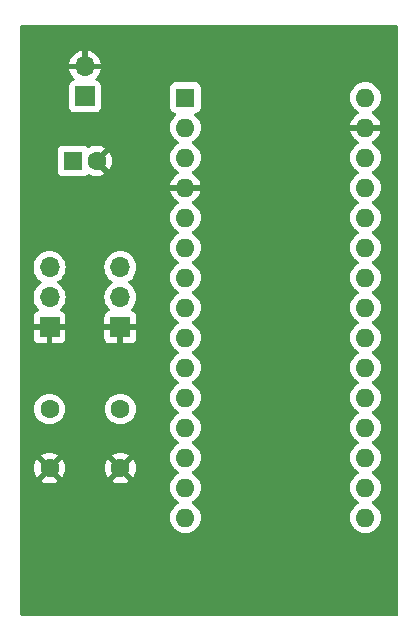
<source format=gbl>
G04 #@! TF.GenerationSoftware,KiCad,Pcbnew,8.0.4*
G04 #@! TF.CreationDate,2024-10-30T20:05:23-07:00*
G04 #@! TF.ProjectId,Valve,56616c76-652e-46b6-9963-61645f706362,rev?*
G04 #@! TF.SameCoordinates,Original*
G04 #@! TF.FileFunction,Copper,L4,Bot*
G04 #@! TF.FilePolarity,Positive*
%FSLAX46Y46*%
G04 Gerber Fmt 4.6, Leading zero omitted, Abs format (unit mm)*
G04 Created by KiCad (PCBNEW 8.0.4) date 2024-10-30 20:05:23*
%MOMM*%
%LPD*%
G01*
G04 APERTURE LIST*
G04 #@! TA.AperFunction,ComponentPad*
%ADD10R,1.700000X1.700000*%
G04 #@! TD*
G04 #@! TA.AperFunction,ComponentPad*
%ADD11O,1.700000X1.700000*%
G04 #@! TD*
G04 #@! TA.AperFunction,ComponentPad*
%ADD12C,1.600000*%
G04 #@! TD*
G04 #@! TA.AperFunction,ComponentPad*
%ADD13R,1.600000X1.600000*%
G04 #@! TD*
G04 #@! TA.AperFunction,ComponentPad*
%ADD14O,1.600000X1.600000*%
G04 #@! TD*
G04 APERTURE END LIST*
D10*
X129000000Y-101080000D03*
D11*
X129000000Y-98540000D03*
X129000000Y-96000000D03*
D12*
X135000000Y-113000000D03*
X135000000Y-108000000D03*
D13*
X131000000Y-87000000D03*
D12*
X133000000Y-87000000D03*
X129000000Y-113000000D03*
X129000000Y-108000000D03*
D10*
X135000000Y-101080000D03*
D11*
X135000000Y-98540000D03*
X135000000Y-96000000D03*
D13*
X140500000Y-81640000D03*
D14*
X140500000Y-84180000D03*
X140500000Y-86720000D03*
X140500000Y-89260000D03*
X140500000Y-91800000D03*
X140500000Y-94340000D03*
X140500000Y-96880000D03*
X140500000Y-99420000D03*
X140500000Y-101960000D03*
X140500000Y-104500000D03*
X140500000Y-107040000D03*
X140500000Y-109580000D03*
X140500000Y-112120000D03*
X140500000Y-114660000D03*
X140500000Y-117200000D03*
X155740000Y-117200000D03*
X155740000Y-114660000D03*
X155740000Y-112120000D03*
X155740000Y-109580000D03*
X155740000Y-107040000D03*
X155740000Y-104500000D03*
X155740000Y-101960000D03*
X155740000Y-99420000D03*
X155740000Y-96880000D03*
X155740000Y-94340000D03*
X155740000Y-91800000D03*
X155740000Y-89260000D03*
X155740000Y-86720000D03*
X155740000Y-84180000D03*
X155740000Y-81640000D03*
D10*
X132000000Y-81540000D03*
D11*
X132000000Y-79000000D03*
G04 #@! TA.AperFunction,Conductor*
G36*
X158442539Y-75520185D02*
G01*
X158488294Y-75572989D01*
X158499500Y-75624500D01*
X158499500Y-125375500D01*
X158479815Y-125442539D01*
X158427011Y-125488294D01*
X158375500Y-125499500D01*
X126624500Y-125499500D01*
X126557461Y-125479815D01*
X126511706Y-125427011D01*
X126500500Y-125375500D01*
X126500500Y-112999997D01*
X127695034Y-112999997D01*
X127695034Y-113000002D01*
X127714858Y-113226599D01*
X127714860Y-113226610D01*
X127773730Y-113446317D01*
X127773735Y-113446331D01*
X127869863Y-113652478D01*
X127920974Y-113725472D01*
X128600000Y-113046446D01*
X128600000Y-113052661D01*
X128627259Y-113154394D01*
X128679920Y-113245606D01*
X128754394Y-113320080D01*
X128845606Y-113372741D01*
X128947339Y-113400000D01*
X128953553Y-113400000D01*
X128274526Y-114079025D01*
X128347513Y-114130132D01*
X128347521Y-114130136D01*
X128553668Y-114226264D01*
X128553682Y-114226269D01*
X128773389Y-114285139D01*
X128773400Y-114285141D01*
X128999998Y-114304966D01*
X129000002Y-114304966D01*
X129226599Y-114285141D01*
X129226610Y-114285139D01*
X129446317Y-114226269D01*
X129446331Y-114226264D01*
X129652478Y-114130136D01*
X129725471Y-114079024D01*
X129046447Y-113400000D01*
X129052661Y-113400000D01*
X129154394Y-113372741D01*
X129245606Y-113320080D01*
X129320080Y-113245606D01*
X129372741Y-113154394D01*
X129400000Y-113052661D01*
X129400000Y-113046447D01*
X130079024Y-113725471D01*
X130130136Y-113652478D01*
X130226264Y-113446331D01*
X130226269Y-113446317D01*
X130285139Y-113226610D01*
X130285141Y-113226599D01*
X130304966Y-113000002D01*
X130304966Y-112999997D01*
X133695034Y-112999997D01*
X133695034Y-113000002D01*
X133714858Y-113226599D01*
X133714860Y-113226610D01*
X133773730Y-113446317D01*
X133773735Y-113446331D01*
X133869863Y-113652478D01*
X133920974Y-113725472D01*
X134600000Y-113046446D01*
X134600000Y-113052661D01*
X134627259Y-113154394D01*
X134679920Y-113245606D01*
X134754394Y-113320080D01*
X134845606Y-113372741D01*
X134947339Y-113400000D01*
X134953553Y-113400000D01*
X134274526Y-114079025D01*
X134347513Y-114130132D01*
X134347521Y-114130136D01*
X134553668Y-114226264D01*
X134553682Y-114226269D01*
X134773389Y-114285139D01*
X134773400Y-114285141D01*
X134999998Y-114304966D01*
X135000002Y-114304966D01*
X135226599Y-114285141D01*
X135226610Y-114285139D01*
X135446317Y-114226269D01*
X135446331Y-114226264D01*
X135652478Y-114130136D01*
X135725471Y-114079024D01*
X135046447Y-113400000D01*
X135052661Y-113400000D01*
X135154394Y-113372741D01*
X135245606Y-113320080D01*
X135320080Y-113245606D01*
X135372741Y-113154394D01*
X135400000Y-113052661D01*
X135400000Y-113046447D01*
X136079024Y-113725471D01*
X136130136Y-113652478D01*
X136226264Y-113446331D01*
X136226269Y-113446317D01*
X136285139Y-113226610D01*
X136285141Y-113226599D01*
X136304966Y-113000002D01*
X136304966Y-112999997D01*
X136285141Y-112773400D01*
X136285139Y-112773389D01*
X136226269Y-112553682D01*
X136226264Y-112553668D01*
X136130136Y-112347521D01*
X136130132Y-112347513D01*
X136079025Y-112274526D01*
X135400000Y-112953551D01*
X135400000Y-112947339D01*
X135372741Y-112845606D01*
X135320080Y-112754394D01*
X135245606Y-112679920D01*
X135154394Y-112627259D01*
X135052661Y-112600000D01*
X135046448Y-112600000D01*
X135725472Y-111920974D01*
X135652478Y-111869863D01*
X135446331Y-111773735D01*
X135446317Y-111773730D01*
X135226610Y-111714860D01*
X135226599Y-111714858D01*
X135000002Y-111695034D01*
X134999998Y-111695034D01*
X134773400Y-111714858D01*
X134773389Y-111714860D01*
X134553682Y-111773730D01*
X134553673Y-111773734D01*
X134347516Y-111869866D01*
X134347512Y-111869868D01*
X134274526Y-111920973D01*
X134274526Y-111920974D01*
X134953553Y-112600000D01*
X134947339Y-112600000D01*
X134845606Y-112627259D01*
X134754394Y-112679920D01*
X134679920Y-112754394D01*
X134627259Y-112845606D01*
X134600000Y-112947339D01*
X134600000Y-112953552D01*
X133920974Y-112274526D01*
X133920973Y-112274526D01*
X133869868Y-112347512D01*
X133869866Y-112347516D01*
X133773734Y-112553673D01*
X133773730Y-112553682D01*
X133714860Y-112773389D01*
X133714858Y-112773400D01*
X133695034Y-112999997D01*
X130304966Y-112999997D01*
X130285141Y-112773400D01*
X130285139Y-112773389D01*
X130226269Y-112553682D01*
X130226264Y-112553668D01*
X130130136Y-112347521D01*
X130130132Y-112347513D01*
X130079025Y-112274526D01*
X129400000Y-112953551D01*
X129400000Y-112947339D01*
X129372741Y-112845606D01*
X129320080Y-112754394D01*
X129245606Y-112679920D01*
X129154394Y-112627259D01*
X129052661Y-112600000D01*
X129046448Y-112600000D01*
X129725472Y-111920974D01*
X129652478Y-111869863D01*
X129446331Y-111773735D01*
X129446317Y-111773730D01*
X129226610Y-111714860D01*
X129226599Y-111714858D01*
X129000002Y-111695034D01*
X128999998Y-111695034D01*
X128773400Y-111714858D01*
X128773389Y-111714860D01*
X128553682Y-111773730D01*
X128553673Y-111773734D01*
X128347516Y-111869866D01*
X128347512Y-111869868D01*
X128274526Y-111920973D01*
X128274526Y-111920974D01*
X128953553Y-112600000D01*
X128947339Y-112600000D01*
X128845606Y-112627259D01*
X128754394Y-112679920D01*
X128679920Y-112754394D01*
X128627259Y-112845606D01*
X128600000Y-112947339D01*
X128600000Y-112953552D01*
X127920974Y-112274526D01*
X127920973Y-112274526D01*
X127869868Y-112347512D01*
X127869866Y-112347516D01*
X127773734Y-112553673D01*
X127773730Y-112553682D01*
X127714860Y-112773389D01*
X127714858Y-112773400D01*
X127695034Y-112999997D01*
X126500500Y-112999997D01*
X126500500Y-107999998D01*
X127694532Y-107999998D01*
X127694532Y-108000001D01*
X127714364Y-108226686D01*
X127714366Y-108226697D01*
X127773258Y-108446488D01*
X127773261Y-108446497D01*
X127869431Y-108652732D01*
X127869432Y-108652734D01*
X127999954Y-108839141D01*
X128160858Y-109000045D01*
X128160861Y-109000047D01*
X128347266Y-109130568D01*
X128553504Y-109226739D01*
X128773308Y-109285635D01*
X128935230Y-109299801D01*
X128999998Y-109305468D01*
X129000000Y-109305468D01*
X129000002Y-109305468D01*
X129056673Y-109300509D01*
X129226692Y-109285635D01*
X129446496Y-109226739D01*
X129652734Y-109130568D01*
X129839139Y-109000047D01*
X130000047Y-108839139D01*
X130130568Y-108652734D01*
X130226739Y-108446496D01*
X130285635Y-108226692D01*
X130305468Y-108000000D01*
X130305468Y-107999998D01*
X133694532Y-107999998D01*
X133694532Y-108000001D01*
X133714364Y-108226686D01*
X133714366Y-108226697D01*
X133773258Y-108446488D01*
X133773261Y-108446497D01*
X133869431Y-108652732D01*
X133869432Y-108652734D01*
X133999954Y-108839141D01*
X134160858Y-109000045D01*
X134160861Y-109000047D01*
X134347266Y-109130568D01*
X134553504Y-109226739D01*
X134773308Y-109285635D01*
X134935230Y-109299801D01*
X134999998Y-109305468D01*
X135000000Y-109305468D01*
X135000002Y-109305468D01*
X135056673Y-109300509D01*
X135226692Y-109285635D01*
X135446496Y-109226739D01*
X135652734Y-109130568D01*
X135839139Y-109000047D01*
X136000047Y-108839139D01*
X136130568Y-108652734D01*
X136226739Y-108446496D01*
X136285635Y-108226692D01*
X136305468Y-108000000D01*
X136285635Y-107773308D01*
X136226739Y-107553504D01*
X136130568Y-107347266D01*
X136000047Y-107160861D01*
X136000045Y-107160858D01*
X135839141Y-106999954D01*
X135652734Y-106869432D01*
X135652732Y-106869431D01*
X135446497Y-106773261D01*
X135446488Y-106773258D01*
X135226697Y-106714366D01*
X135226693Y-106714365D01*
X135226692Y-106714365D01*
X135226691Y-106714364D01*
X135226686Y-106714364D01*
X135000002Y-106694532D01*
X134999998Y-106694532D01*
X134773313Y-106714364D01*
X134773302Y-106714366D01*
X134553511Y-106773258D01*
X134553502Y-106773261D01*
X134347267Y-106869431D01*
X134347265Y-106869432D01*
X134160858Y-106999954D01*
X133999954Y-107160858D01*
X133869432Y-107347265D01*
X133869431Y-107347267D01*
X133773261Y-107553502D01*
X133773258Y-107553511D01*
X133714366Y-107773302D01*
X133714364Y-107773313D01*
X133694532Y-107999998D01*
X130305468Y-107999998D01*
X130285635Y-107773308D01*
X130226739Y-107553504D01*
X130130568Y-107347266D01*
X130000047Y-107160861D01*
X130000045Y-107160858D01*
X129839141Y-106999954D01*
X129652734Y-106869432D01*
X129652732Y-106869431D01*
X129446497Y-106773261D01*
X129446488Y-106773258D01*
X129226697Y-106714366D01*
X129226693Y-106714365D01*
X129226692Y-106714365D01*
X129226691Y-106714364D01*
X129226686Y-106714364D01*
X129000002Y-106694532D01*
X128999998Y-106694532D01*
X128773313Y-106714364D01*
X128773302Y-106714366D01*
X128553511Y-106773258D01*
X128553502Y-106773261D01*
X128347267Y-106869431D01*
X128347265Y-106869432D01*
X128160858Y-106999954D01*
X127999954Y-107160858D01*
X127869432Y-107347265D01*
X127869431Y-107347267D01*
X127773261Y-107553502D01*
X127773258Y-107553511D01*
X127714366Y-107773302D01*
X127714364Y-107773313D01*
X127694532Y-107999998D01*
X126500500Y-107999998D01*
X126500500Y-95999999D01*
X127644341Y-95999999D01*
X127644341Y-96000000D01*
X127664936Y-96235403D01*
X127664938Y-96235413D01*
X127726094Y-96463655D01*
X127726096Y-96463659D01*
X127726097Y-96463663D01*
X127814527Y-96653302D01*
X127825965Y-96677830D01*
X127825967Y-96677834D01*
X127961501Y-96871395D01*
X127961506Y-96871402D01*
X128128597Y-97038493D01*
X128128603Y-97038498D01*
X128314158Y-97168425D01*
X128357783Y-97223002D01*
X128364977Y-97292500D01*
X128333454Y-97354855D01*
X128314158Y-97371575D01*
X128128597Y-97501505D01*
X127961505Y-97668597D01*
X127825965Y-97862169D01*
X127825964Y-97862171D01*
X127726098Y-98076335D01*
X127726094Y-98076344D01*
X127664938Y-98304586D01*
X127664936Y-98304596D01*
X127644341Y-98539999D01*
X127644341Y-98540000D01*
X127664936Y-98775403D01*
X127664938Y-98775413D01*
X127726094Y-99003655D01*
X127726096Y-99003659D01*
X127726097Y-99003663D01*
X127814527Y-99193302D01*
X127825965Y-99217830D01*
X127825967Y-99217834D01*
X127934281Y-99372521D01*
X127961501Y-99411396D01*
X127961506Y-99411402D01*
X128083818Y-99533714D01*
X128117303Y-99595037D01*
X128112319Y-99664729D01*
X128070447Y-99720662D01*
X128039471Y-99737577D01*
X127907912Y-99786646D01*
X127907906Y-99786649D01*
X127792812Y-99872809D01*
X127792809Y-99872812D01*
X127706649Y-99987906D01*
X127706645Y-99987913D01*
X127656403Y-100122620D01*
X127656401Y-100122627D01*
X127650000Y-100182155D01*
X127650000Y-100830000D01*
X128566988Y-100830000D01*
X128534075Y-100887007D01*
X128500000Y-101014174D01*
X128500000Y-101145826D01*
X128534075Y-101272993D01*
X128566988Y-101330000D01*
X127650000Y-101330000D01*
X127650000Y-101977844D01*
X127656401Y-102037372D01*
X127656403Y-102037379D01*
X127706645Y-102172086D01*
X127706649Y-102172093D01*
X127792809Y-102287187D01*
X127792812Y-102287190D01*
X127907906Y-102373350D01*
X127907913Y-102373354D01*
X128042620Y-102423596D01*
X128042627Y-102423598D01*
X128102155Y-102429999D01*
X128102172Y-102430000D01*
X128750000Y-102430000D01*
X128750000Y-101513012D01*
X128807007Y-101545925D01*
X128934174Y-101580000D01*
X129065826Y-101580000D01*
X129192993Y-101545925D01*
X129250000Y-101513012D01*
X129250000Y-102430000D01*
X129897828Y-102430000D01*
X129897844Y-102429999D01*
X129957372Y-102423598D01*
X129957379Y-102423596D01*
X130092086Y-102373354D01*
X130092093Y-102373350D01*
X130207187Y-102287190D01*
X130207190Y-102287187D01*
X130293350Y-102172093D01*
X130293354Y-102172086D01*
X130343596Y-102037379D01*
X130343598Y-102037372D01*
X130349999Y-101977844D01*
X130350000Y-101977827D01*
X130350000Y-101330000D01*
X129433012Y-101330000D01*
X129465925Y-101272993D01*
X129500000Y-101145826D01*
X129500000Y-101014174D01*
X129465925Y-100887007D01*
X129433012Y-100830000D01*
X130350000Y-100830000D01*
X130350000Y-100182172D01*
X130349999Y-100182155D01*
X130343598Y-100122627D01*
X130343596Y-100122620D01*
X130293354Y-99987913D01*
X130293350Y-99987906D01*
X130207190Y-99872812D01*
X130207187Y-99872809D01*
X130092093Y-99786649D01*
X130092088Y-99786646D01*
X129960528Y-99737577D01*
X129904595Y-99695705D01*
X129880178Y-99630241D01*
X129895030Y-99561968D01*
X129916175Y-99533720D01*
X130038495Y-99411401D01*
X130174035Y-99217830D01*
X130273903Y-99003663D01*
X130335063Y-98775408D01*
X130355659Y-98540000D01*
X130335063Y-98304592D01*
X130273903Y-98076337D01*
X130174035Y-97862171D01*
X130073884Y-97719139D01*
X130038494Y-97668597D01*
X129871402Y-97501506D01*
X129871396Y-97501501D01*
X129685842Y-97371575D01*
X129642217Y-97316998D01*
X129635023Y-97247500D01*
X129666546Y-97185145D01*
X129685842Y-97168425D01*
X129708026Y-97152891D01*
X129871401Y-97038495D01*
X130038495Y-96871401D01*
X130174035Y-96677830D01*
X130273903Y-96463663D01*
X130335063Y-96235408D01*
X130355659Y-96000000D01*
X130355659Y-95999999D01*
X133644341Y-95999999D01*
X133644341Y-96000000D01*
X133664936Y-96235403D01*
X133664938Y-96235413D01*
X133726094Y-96463655D01*
X133726096Y-96463659D01*
X133726097Y-96463663D01*
X133814527Y-96653302D01*
X133825965Y-96677830D01*
X133825967Y-96677834D01*
X133961501Y-96871395D01*
X133961506Y-96871402D01*
X134128597Y-97038493D01*
X134128603Y-97038498D01*
X134314158Y-97168425D01*
X134357783Y-97223002D01*
X134364977Y-97292500D01*
X134333454Y-97354855D01*
X134314158Y-97371575D01*
X134128597Y-97501505D01*
X133961505Y-97668597D01*
X133825965Y-97862169D01*
X133825964Y-97862171D01*
X133726098Y-98076335D01*
X133726094Y-98076344D01*
X133664938Y-98304586D01*
X133664936Y-98304596D01*
X133644341Y-98539999D01*
X133644341Y-98540000D01*
X133664936Y-98775403D01*
X133664938Y-98775413D01*
X133726094Y-99003655D01*
X133726096Y-99003659D01*
X133726097Y-99003663D01*
X133814527Y-99193302D01*
X133825965Y-99217830D01*
X133825967Y-99217834D01*
X133934281Y-99372521D01*
X133961501Y-99411396D01*
X133961506Y-99411402D01*
X134083818Y-99533714D01*
X134117303Y-99595037D01*
X134112319Y-99664729D01*
X134070447Y-99720662D01*
X134039471Y-99737577D01*
X133907912Y-99786646D01*
X133907906Y-99786649D01*
X133792812Y-99872809D01*
X133792809Y-99872812D01*
X133706649Y-99987906D01*
X133706645Y-99987913D01*
X133656403Y-100122620D01*
X133656401Y-100122627D01*
X133650000Y-100182155D01*
X133650000Y-100830000D01*
X134566988Y-100830000D01*
X134534075Y-100887007D01*
X134500000Y-101014174D01*
X134500000Y-101145826D01*
X134534075Y-101272993D01*
X134566988Y-101330000D01*
X133650000Y-101330000D01*
X133650000Y-101977844D01*
X133656401Y-102037372D01*
X133656403Y-102037379D01*
X133706645Y-102172086D01*
X133706649Y-102172093D01*
X133792809Y-102287187D01*
X133792812Y-102287190D01*
X133907906Y-102373350D01*
X133907913Y-102373354D01*
X134042620Y-102423596D01*
X134042627Y-102423598D01*
X134102155Y-102429999D01*
X134102172Y-102430000D01*
X134750000Y-102430000D01*
X134750000Y-101513012D01*
X134807007Y-101545925D01*
X134934174Y-101580000D01*
X135065826Y-101580000D01*
X135192993Y-101545925D01*
X135250000Y-101513012D01*
X135250000Y-102430000D01*
X135897828Y-102430000D01*
X135897844Y-102429999D01*
X135957372Y-102423598D01*
X135957379Y-102423596D01*
X136092086Y-102373354D01*
X136092093Y-102373350D01*
X136207187Y-102287190D01*
X136207190Y-102287187D01*
X136293350Y-102172093D01*
X136293354Y-102172086D01*
X136343596Y-102037379D01*
X136343598Y-102037372D01*
X136349999Y-101977844D01*
X136350000Y-101977827D01*
X136350000Y-101330000D01*
X135433012Y-101330000D01*
X135465925Y-101272993D01*
X135500000Y-101145826D01*
X135500000Y-101014174D01*
X135465925Y-100887007D01*
X135433012Y-100830000D01*
X136350000Y-100830000D01*
X136350000Y-100182172D01*
X136349999Y-100182155D01*
X136343598Y-100122627D01*
X136343596Y-100122620D01*
X136293354Y-99987913D01*
X136293350Y-99987906D01*
X136207190Y-99872812D01*
X136207187Y-99872809D01*
X136092093Y-99786649D01*
X136092088Y-99786646D01*
X135960528Y-99737577D01*
X135904595Y-99695705D01*
X135880178Y-99630241D01*
X135895030Y-99561968D01*
X135916175Y-99533720D01*
X136038495Y-99411401D01*
X136174035Y-99217830D01*
X136273903Y-99003663D01*
X136335063Y-98775408D01*
X136355659Y-98540000D01*
X136335063Y-98304592D01*
X136273903Y-98076337D01*
X136174035Y-97862171D01*
X136073884Y-97719139D01*
X136038494Y-97668597D01*
X135871402Y-97501506D01*
X135871396Y-97501501D01*
X135685842Y-97371575D01*
X135642217Y-97316998D01*
X135635023Y-97247500D01*
X135666546Y-97185145D01*
X135685842Y-97168425D01*
X135708026Y-97152891D01*
X135871401Y-97038495D01*
X136038495Y-96871401D01*
X136174035Y-96677830D01*
X136273903Y-96463663D01*
X136335063Y-96235408D01*
X136355659Y-96000000D01*
X136335063Y-95764592D01*
X136273903Y-95536337D01*
X136174035Y-95322171D01*
X136073884Y-95179139D01*
X136038494Y-95128597D01*
X135871402Y-94961506D01*
X135871395Y-94961501D01*
X135677834Y-94825967D01*
X135677830Y-94825965D01*
X135677828Y-94825964D01*
X135463663Y-94726097D01*
X135463659Y-94726096D01*
X135463655Y-94726094D01*
X135235413Y-94664938D01*
X135235403Y-94664936D01*
X135000001Y-94644341D01*
X134999999Y-94644341D01*
X134764596Y-94664936D01*
X134764586Y-94664938D01*
X134536344Y-94726094D01*
X134536335Y-94726098D01*
X134322171Y-94825964D01*
X134322169Y-94825965D01*
X134128597Y-94961505D01*
X133961505Y-95128597D01*
X133825965Y-95322169D01*
X133825964Y-95322171D01*
X133726098Y-95536335D01*
X133726094Y-95536344D01*
X133664938Y-95764586D01*
X133664936Y-95764596D01*
X133644341Y-95999999D01*
X130355659Y-95999999D01*
X130335063Y-95764592D01*
X130273903Y-95536337D01*
X130174035Y-95322171D01*
X130073884Y-95179139D01*
X130038494Y-95128597D01*
X129871402Y-94961506D01*
X129871395Y-94961501D01*
X129677834Y-94825967D01*
X129677830Y-94825965D01*
X129677828Y-94825964D01*
X129463663Y-94726097D01*
X129463659Y-94726096D01*
X129463655Y-94726094D01*
X129235413Y-94664938D01*
X129235403Y-94664936D01*
X129000001Y-94644341D01*
X128999999Y-94644341D01*
X128764596Y-94664936D01*
X128764586Y-94664938D01*
X128536344Y-94726094D01*
X128536335Y-94726098D01*
X128322171Y-94825964D01*
X128322169Y-94825965D01*
X128128597Y-94961505D01*
X127961505Y-95128597D01*
X127825965Y-95322169D01*
X127825964Y-95322171D01*
X127726098Y-95536335D01*
X127726094Y-95536344D01*
X127664938Y-95764586D01*
X127664936Y-95764596D01*
X127644341Y-95999999D01*
X126500500Y-95999999D01*
X126500500Y-86152127D01*
X129699500Y-86152127D01*
X129699500Y-86999999D01*
X129699501Y-87847862D01*
X129699501Y-87847876D01*
X129705908Y-87907483D01*
X129756202Y-88042328D01*
X129756206Y-88042335D01*
X129842452Y-88157544D01*
X129842455Y-88157547D01*
X129957664Y-88243793D01*
X129957671Y-88243797D01*
X130092517Y-88294091D01*
X130092516Y-88294091D01*
X130099444Y-88294835D01*
X130152127Y-88300500D01*
X131847872Y-88300499D01*
X131907483Y-88294091D01*
X132042331Y-88243796D01*
X132157546Y-88157546D01*
X132164350Y-88148455D01*
X132220280Y-88106584D01*
X132289971Y-88101597D01*
X132334740Y-88121188D01*
X132347512Y-88130130D01*
X132347518Y-88130134D01*
X132553673Y-88226265D01*
X132553682Y-88226269D01*
X132773389Y-88285139D01*
X132773400Y-88285141D01*
X132999998Y-88304966D01*
X133000002Y-88304966D01*
X133226599Y-88285141D01*
X133226610Y-88285139D01*
X133446317Y-88226269D01*
X133446331Y-88226264D01*
X133652478Y-88130136D01*
X133725471Y-88079024D01*
X133046447Y-87400000D01*
X133052661Y-87400000D01*
X133154394Y-87372741D01*
X133245606Y-87320080D01*
X133320080Y-87245606D01*
X133372741Y-87154394D01*
X133400000Y-87052661D01*
X133400000Y-87046447D01*
X134079024Y-87725471D01*
X134130136Y-87652478D01*
X134226264Y-87446331D01*
X134226269Y-87446317D01*
X134285139Y-87226610D01*
X134285141Y-87226599D01*
X134304966Y-87000002D01*
X134304966Y-86999997D01*
X134285141Y-86773400D01*
X134285139Y-86773389D01*
X134226269Y-86553682D01*
X134226264Y-86553668D01*
X134130136Y-86347521D01*
X134130132Y-86347513D01*
X134079025Y-86274526D01*
X133400000Y-86953551D01*
X133400000Y-86947339D01*
X133372741Y-86845606D01*
X133320080Y-86754394D01*
X133245606Y-86679920D01*
X133154394Y-86627259D01*
X133052661Y-86600000D01*
X133046447Y-86600000D01*
X133725472Y-85920974D01*
X133652478Y-85869863D01*
X133446331Y-85773735D01*
X133446317Y-85773730D01*
X133226610Y-85714860D01*
X133226599Y-85714858D01*
X133000002Y-85695034D01*
X132999998Y-85695034D01*
X132773400Y-85714858D01*
X132773389Y-85714860D01*
X132553682Y-85773730D01*
X132553673Y-85773734D01*
X132347512Y-85869868D01*
X132347507Y-85869871D01*
X132334736Y-85878813D01*
X132268529Y-85901138D01*
X132200763Y-85884124D01*
X132164352Y-85851546D01*
X132157546Y-85842454D01*
X132157544Y-85842453D01*
X132157544Y-85842452D01*
X132042335Y-85756206D01*
X132042328Y-85756202D01*
X131907482Y-85705908D01*
X131907483Y-85705908D01*
X131847883Y-85699501D01*
X131847881Y-85699500D01*
X131847873Y-85699500D01*
X131847864Y-85699500D01*
X130152129Y-85699500D01*
X130152123Y-85699501D01*
X130092516Y-85705908D01*
X129957671Y-85756202D01*
X129957664Y-85756206D01*
X129842455Y-85842452D01*
X129842452Y-85842455D01*
X129756206Y-85957664D01*
X129756202Y-85957671D01*
X129705908Y-86092517D01*
X129699501Y-86152116D01*
X129699500Y-86152127D01*
X126500500Y-86152127D01*
X126500500Y-84179998D01*
X139194532Y-84179998D01*
X139194532Y-84180001D01*
X139214364Y-84406686D01*
X139214366Y-84406697D01*
X139273258Y-84626488D01*
X139273261Y-84626497D01*
X139369431Y-84832732D01*
X139369432Y-84832734D01*
X139499954Y-85019141D01*
X139660858Y-85180045D01*
X139660861Y-85180047D01*
X139847266Y-85310568D01*
X139904681Y-85337341D01*
X139905275Y-85337618D01*
X139957714Y-85383791D01*
X139976866Y-85450984D01*
X139956650Y-85517865D01*
X139905275Y-85562382D01*
X139847267Y-85589431D01*
X139847265Y-85589432D01*
X139660858Y-85719954D01*
X139499954Y-85880858D01*
X139369432Y-86067265D01*
X139369431Y-86067267D01*
X139273261Y-86273502D01*
X139273258Y-86273511D01*
X139214366Y-86493302D01*
X139214364Y-86493313D01*
X139194532Y-86719998D01*
X139194532Y-86720001D01*
X139214364Y-86946686D01*
X139214366Y-86946697D01*
X139273258Y-87166488D01*
X139273261Y-87166497D01*
X139369431Y-87372732D01*
X139369432Y-87372734D01*
X139499954Y-87559141D01*
X139660858Y-87720045D01*
X139660861Y-87720047D01*
X139847266Y-87850568D01*
X139905865Y-87877893D01*
X139958305Y-87924065D01*
X139977457Y-87991258D01*
X139957242Y-88058139D01*
X139905867Y-88102657D01*
X139847515Y-88129867D01*
X139661179Y-88260342D01*
X139500342Y-88421179D01*
X139369865Y-88607517D01*
X139273734Y-88813673D01*
X139273730Y-88813682D01*
X139221127Y-89009999D01*
X139221128Y-89010000D01*
X140066988Y-89010000D01*
X140034075Y-89067007D01*
X140000000Y-89194174D01*
X140000000Y-89325826D01*
X140034075Y-89452993D01*
X140066988Y-89510000D01*
X139221128Y-89510000D01*
X139273730Y-89706317D01*
X139273734Y-89706326D01*
X139369865Y-89912482D01*
X139500342Y-90098820D01*
X139661179Y-90259657D01*
X139847518Y-90390134D01*
X139847520Y-90390135D01*
X139905865Y-90417342D01*
X139958305Y-90463514D01*
X139977457Y-90530707D01*
X139957242Y-90597589D01*
X139905867Y-90642105D01*
X139847268Y-90669431D01*
X139847264Y-90669433D01*
X139660858Y-90799954D01*
X139499954Y-90960858D01*
X139369432Y-91147265D01*
X139369431Y-91147267D01*
X139273261Y-91353502D01*
X139273258Y-91353511D01*
X139214366Y-91573302D01*
X139214364Y-91573313D01*
X139194532Y-91799998D01*
X139194532Y-91800001D01*
X139214364Y-92026686D01*
X139214366Y-92026697D01*
X139273258Y-92246488D01*
X139273261Y-92246497D01*
X139369431Y-92452732D01*
X139369432Y-92452734D01*
X139499954Y-92639141D01*
X139660858Y-92800045D01*
X139660861Y-92800047D01*
X139847266Y-92930568D01*
X139905275Y-92957618D01*
X139957714Y-93003791D01*
X139976866Y-93070984D01*
X139956650Y-93137865D01*
X139905275Y-93182382D01*
X139847267Y-93209431D01*
X139847265Y-93209432D01*
X139660858Y-93339954D01*
X139499954Y-93500858D01*
X139369432Y-93687265D01*
X139369431Y-93687267D01*
X139273261Y-93893502D01*
X139273258Y-93893511D01*
X139214366Y-94113302D01*
X139214364Y-94113313D01*
X139194532Y-94339998D01*
X139194532Y-94340001D01*
X139214364Y-94566686D01*
X139214366Y-94566697D01*
X139273258Y-94786488D01*
X139273261Y-94786497D01*
X139369431Y-94992732D01*
X139369432Y-94992734D01*
X139499954Y-95179141D01*
X139660858Y-95340045D01*
X139660861Y-95340047D01*
X139847266Y-95470568D01*
X139905275Y-95497618D01*
X139957714Y-95543791D01*
X139976866Y-95610984D01*
X139956650Y-95677865D01*
X139905275Y-95722382D01*
X139847267Y-95749431D01*
X139847265Y-95749432D01*
X139660858Y-95879954D01*
X139499954Y-96040858D01*
X139369432Y-96227265D01*
X139369431Y-96227267D01*
X139273261Y-96433502D01*
X139273258Y-96433511D01*
X139214366Y-96653302D01*
X139214364Y-96653313D01*
X139194532Y-96879998D01*
X139194532Y-96880001D01*
X139214364Y-97106686D01*
X139214366Y-97106697D01*
X139273258Y-97326488D01*
X139273261Y-97326497D01*
X139369431Y-97532732D01*
X139369432Y-97532734D01*
X139499954Y-97719141D01*
X139660858Y-97880045D01*
X139660861Y-97880047D01*
X139847266Y-98010568D01*
X139905275Y-98037618D01*
X139957714Y-98083791D01*
X139976866Y-98150984D01*
X139956650Y-98217865D01*
X139905275Y-98262382D01*
X139847267Y-98289431D01*
X139847265Y-98289432D01*
X139660858Y-98419954D01*
X139499954Y-98580858D01*
X139369432Y-98767265D01*
X139369431Y-98767267D01*
X139273261Y-98973502D01*
X139273258Y-98973511D01*
X139214366Y-99193302D01*
X139214364Y-99193313D01*
X139194532Y-99419998D01*
X139194532Y-99420001D01*
X139214364Y-99646686D01*
X139214366Y-99646697D01*
X139273258Y-99866488D01*
X139273261Y-99866497D01*
X139369431Y-100072732D01*
X139369432Y-100072734D01*
X139499954Y-100259141D01*
X139660858Y-100420045D01*
X139660861Y-100420047D01*
X139847266Y-100550568D01*
X139905275Y-100577618D01*
X139957714Y-100623791D01*
X139976866Y-100690984D01*
X139956650Y-100757865D01*
X139905275Y-100802382D01*
X139847267Y-100829431D01*
X139847265Y-100829432D01*
X139660858Y-100959954D01*
X139499954Y-101120858D01*
X139369432Y-101307265D01*
X139369431Y-101307267D01*
X139273261Y-101513502D01*
X139273258Y-101513511D01*
X139214366Y-101733302D01*
X139214364Y-101733313D01*
X139194532Y-101959998D01*
X139194532Y-101960001D01*
X139214364Y-102186686D01*
X139214366Y-102186697D01*
X139273258Y-102406488D01*
X139273261Y-102406497D01*
X139369431Y-102612732D01*
X139369432Y-102612734D01*
X139499954Y-102799141D01*
X139660858Y-102960045D01*
X139660861Y-102960047D01*
X139847266Y-103090568D01*
X139905275Y-103117618D01*
X139957714Y-103163791D01*
X139976866Y-103230984D01*
X139956650Y-103297865D01*
X139905275Y-103342382D01*
X139847267Y-103369431D01*
X139847265Y-103369432D01*
X139660858Y-103499954D01*
X139499954Y-103660858D01*
X139369432Y-103847265D01*
X139369431Y-103847267D01*
X139273261Y-104053502D01*
X139273258Y-104053511D01*
X139214366Y-104273302D01*
X139214364Y-104273313D01*
X139194532Y-104499998D01*
X139194532Y-104500001D01*
X139214364Y-104726686D01*
X139214366Y-104726697D01*
X139273258Y-104946488D01*
X139273261Y-104946497D01*
X139369431Y-105152732D01*
X139369432Y-105152734D01*
X139499954Y-105339141D01*
X139660858Y-105500045D01*
X139660861Y-105500047D01*
X139847266Y-105630568D01*
X139905275Y-105657618D01*
X139957714Y-105703791D01*
X139976866Y-105770984D01*
X139956650Y-105837865D01*
X139905275Y-105882382D01*
X139847267Y-105909431D01*
X139847265Y-105909432D01*
X139660858Y-106039954D01*
X139499954Y-106200858D01*
X139369432Y-106387265D01*
X139369431Y-106387267D01*
X139273261Y-106593502D01*
X139273258Y-106593511D01*
X139214366Y-106813302D01*
X139214364Y-106813313D01*
X139194532Y-107039998D01*
X139194532Y-107040001D01*
X139214364Y-107266686D01*
X139214366Y-107266697D01*
X139273258Y-107486488D01*
X139273261Y-107486497D01*
X139369431Y-107692732D01*
X139369432Y-107692734D01*
X139499954Y-107879141D01*
X139660858Y-108040045D01*
X139660861Y-108040047D01*
X139847266Y-108170568D01*
X139905275Y-108197618D01*
X139957714Y-108243791D01*
X139976866Y-108310984D01*
X139956650Y-108377865D01*
X139905275Y-108422382D01*
X139847267Y-108449431D01*
X139847265Y-108449432D01*
X139660858Y-108579954D01*
X139499954Y-108740858D01*
X139369432Y-108927265D01*
X139369431Y-108927267D01*
X139273261Y-109133502D01*
X139273258Y-109133511D01*
X139214366Y-109353302D01*
X139214364Y-109353313D01*
X139194532Y-109579998D01*
X139194532Y-109580001D01*
X139214364Y-109806686D01*
X139214366Y-109806697D01*
X139273258Y-110026488D01*
X139273261Y-110026497D01*
X139369431Y-110232732D01*
X139369432Y-110232734D01*
X139499954Y-110419141D01*
X139660858Y-110580045D01*
X139660861Y-110580047D01*
X139847266Y-110710568D01*
X139905275Y-110737618D01*
X139957714Y-110783791D01*
X139976866Y-110850984D01*
X139956650Y-110917865D01*
X139905275Y-110962382D01*
X139847267Y-110989431D01*
X139847265Y-110989432D01*
X139660858Y-111119954D01*
X139499954Y-111280858D01*
X139369432Y-111467265D01*
X139369431Y-111467267D01*
X139273261Y-111673502D01*
X139273258Y-111673511D01*
X139214366Y-111893302D01*
X139214364Y-111893313D01*
X139194532Y-112119998D01*
X139194532Y-112120001D01*
X139214364Y-112346686D01*
X139214366Y-112346697D01*
X139273258Y-112566488D01*
X139273261Y-112566497D01*
X139369431Y-112772732D01*
X139369432Y-112772734D01*
X139499954Y-112959141D01*
X139660858Y-113120045D01*
X139660861Y-113120047D01*
X139847266Y-113250568D01*
X139905275Y-113277618D01*
X139957714Y-113323791D01*
X139976866Y-113390984D01*
X139956650Y-113457865D01*
X139905275Y-113502382D01*
X139847267Y-113529431D01*
X139847265Y-113529432D01*
X139660858Y-113659954D01*
X139499954Y-113820858D01*
X139369432Y-114007265D01*
X139369431Y-114007267D01*
X139273261Y-114213502D01*
X139273258Y-114213511D01*
X139214366Y-114433302D01*
X139214364Y-114433313D01*
X139194532Y-114659998D01*
X139194532Y-114660001D01*
X139214364Y-114886686D01*
X139214366Y-114886697D01*
X139273258Y-115106488D01*
X139273261Y-115106497D01*
X139369431Y-115312732D01*
X139369432Y-115312734D01*
X139499954Y-115499141D01*
X139660858Y-115660045D01*
X139660861Y-115660047D01*
X139847266Y-115790568D01*
X139905275Y-115817618D01*
X139957714Y-115863791D01*
X139976866Y-115930984D01*
X139956650Y-115997865D01*
X139905275Y-116042382D01*
X139847267Y-116069431D01*
X139847265Y-116069432D01*
X139660858Y-116199954D01*
X139499954Y-116360858D01*
X139369432Y-116547265D01*
X139369431Y-116547267D01*
X139273261Y-116753502D01*
X139273258Y-116753511D01*
X139214366Y-116973302D01*
X139214364Y-116973313D01*
X139194532Y-117199998D01*
X139194532Y-117200001D01*
X139214364Y-117426686D01*
X139214366Y-117426697D01*
X139273258Y-117646488D01*
X139273261Y-117646497D01*
X139369431Y-117852732D01*
X139369432Y-117852734D01*
X139499954Y-118039141D01*
X139660858Y-118200045D01*
X139660861Y-118200047D01*
X139847266Y-118330568D01*
X140053504Y-118426739D01*
X140273308Y-118485635D01*
X140435230Y-118499801D01*
X140499998Y-118505468D01*
X140500000Y-118505468D01*
X140500002Y-118505468D01*
X140556673Y-118500509D01*
X140726692Y-118485635D01*
X140946496Y-118426739D01*
X141152734Y-118330568D01*
X141339139Y-118200047D01*
X141500047Y-118039139D01*
X141630568Y-117852734D01*
X141726739Y-117646496D01*
X141785635Y-117426692D01*
X141805468Y-117200000D01*
X141785635Y-116973308D01*
X141726739Y-116753504D01*
X141630568Y-116547266D01*
X141500047Y-116360861D01*
X141500045Y-116360858D01*
X141339141Y-116199954D01*
X141152734Y-116069432D01*
X141152728Y-116069429D01*
X141094725Y-116042382D01*
X141042285Y-115996210D01*
X141023133Y-115929017D01*
X141043348Y-115862135D01*
X141094725Y-115817618D01*
X141152734Y-115790568D01*
X141339139Y-115660047D01*
X141500047Y-115499139D01*
X141630568Y-115312734D01*
X141726739Y-115106496D01*
X141785635Y-114886692D01*
X141805468Y-114660000D01*
X141785635Y-114433308D01*
X141726739Y-114213504D01*
X141630568Y-114007266D01*
X141500047Y-113820861D01*
X141500045Y-113820858D01*
X141339141Y-113659954D01*
X141152734Y-113529432D01*
X141152728Y-113529429D01*
X141094725Y-113502382D01*
X141042285Y-113456210D01*
X141023133Y-113389017D01*
X141043348Y-113322135D01*
X141094725Y-113277618D01*
X141152734Y-113250568D01*
X141339139Y-113120047D01*
X141500047Y-112959139D01*
X141630568Y-112772734D01*
X141726739Y-112566496D01*
X141785635Y-112346692D01*
X141805468Y-112120000D01*
X141785635Y-111893308D01*
X141726739Y-111673504D01*
X141630568Y-111467266D01*
X141500047Y-111280861D01*
X141500045Y-111280858D01*
X141339141Y-111119954D01*
X141152734Y-110989432D01*
X141152728Y-110989429D01*
X141094725Y-110962382D01*
X141042285Y-110916210D01*
X141023133Y-110849017D01*
X141043348Y-110782135D01*
X141094725Y-110737618D01*
X141152734Y-110710568D01*
X141339139Y-110580047D01*
X141500047Y-110419139D01*
X141630568Y-110232734D01*
X141726739Y-110026496D01*
X141785635Y-109806692D01*
X141805468Y-109580000D01*
X141785635Y-109353308D01*
X141726739Y-109133504D01*
X141630568Y-108927266D01*
X141500047Y-108740861D01*
X141500045Y-108740858D01*
X141339141Y-108579954D01*
X141152734Y-108449432D01*
X141152728Y-108449429D01*
X141094725Y-108422382D01*
X141042285Y-108376210D01*
X141023133Y-108309017D01*
X141043348Y-108242135D01*
X141094725Y-108197618D01*
X141152734Y-108170568D01*
X141339139Y-108040047D01*
X141500047Y-107879139D01*
X141630568Y-107692734D01*
X141726739Y-107486496D01*
X141785635Y-107266692D01*
X141805468Y-107040000D01*
X141785635Y-106813308D01*
X141726739Y-106593504D01*
X141630568Y-106387266D01*
X141500047Y-106200861D01*
X141500045Y-106200858D01*
X141339141Y-106039954D01*
X141152734Y-105909432D01*
X141152728Y-105909429D01*
X141094725Y-105882382D01*
X141042285Y-105836210D01*
X141023133Y-105769017D01*
X141043348Y-105702135D01*
X141094725Y-105657618D01*
X141152734Y-105630568D01*
X141339139Y-105500047D01*
X141500047Y-105339139D01*
X141630568Y-105152734D01*
X141726739Y-104946496D01*
X141785635Y-104726692D01*
X141805468Y-104500000D01*
X141785635Y-104273308D01*
X141726739Y-104053504D01*
X141630568Y-103847266D01*
X141500047Y-103660861D01*
X141500045Y-103660858D01*
X141339141Y-103499954D01*
X141152734Y-103369432D01*
X141152728Y-103369429D01*
X141094725Y-103342382D01*
X141042285Y-103296210D01*
X141023133Y-103229017D01*
X141043348Y-103162135D01*
X141094725Y-103117618D01*
X141152734Y-103090568D01*
X141339139Y-102960047D01*
X141500047Y-102799139D01*
X141630568Y-102612734D01*
X141726739Y-102406496D01*
X141785635Y-102186692D01*
X141805468Y-101960000D01*
X141785635Y-101733308D01*
X141726739Y-101513504D01*
X141630568Y-101307266D01*
X141500047Y-101120861D01*
X141500045Y-101120858D01*
X141339141Y-100959954D01*
X141152734Y-100829432D01*
X141152728Y-100829429D01*
X141094725Y-100802382D01*
X141042285Y-100756210D01*
X141023133Y-100689017D01*
X141043348Y-100622135D01*
X141094725Y-100577618D01*
X141152734Y-100550568D01*
X141339139Y-100420047D01*
X141500047Y-100259139D01*
X141630568Y-100072734D01*
X141726739Y-99866496D01*
X141785635Y-99646692D01*
X141805468Y-99420000D01*
X141785635Y-99193308D01*
X141726739Y-98973504D01*
X141630568Y-98767266D01*
X141500047Y-98580861D01*
X141500045Y-98580858D01*
X141339141Y-98419954D01*
X141152734Y-98289432D01*
X141152728Y-98289429D01*
X141094725Y-98262382D01*
X141042285Y-98216210D01*
X141023133Y-98149017D01*
X141043348Y-98082135D01*
X141094725Y-98037618D01*
X141152734Y-98010568D01*
X141339139Y-97880047D01*
X141500047Y-97719139D01*
X141630568Y-97532734D01*
X141726739Y-97326496D01*
X141785635Y-97106692D01*
X141805468Y-96880000D01*
X141785635Y-96653308D01*
X141726739Y-96433504D01*
X141630568Y-96227266D01*
X141500047Y-96040861D01*
X141500045Y-96040858D01*
X141339141Y-95879954D01*
X141152734Y-95749432D01*
X141152728Y-95749429D01*
X141094725Y-95722382D01*
X141042285Y-95676210D01*
X141023133Y-95609017D01*
X141043348Y-95542135D01*
X141094725Y-95497618D01*
X141152734Y-95470568D01*
X141339139Y-95340047D01*
X141500047Y-95179139D01*
X141630568Y-94992734D01*
X141726739Y-94786496D01*
X141785635Y-94566692D01*
X141805468Y-94340000D01*
X141785635Y-94113308D01*
X141726739Y-93893504D01*
X141630568Y-93687266D01*
X141500047Y-93500861D01*
X141500045Y-93500858D01*
X141339141Y-93339954D01*
X141152734Y-93209432D01*
X141152728Y-93209429D01*
X141094725Y-93182382D01*
X141042285Y-93136210D01*
X141023133Y-93069017D01*
X141043348Y-93002135D01*
X141094725Y-92957618D01*
X141152734Y-92930568D01*
X141339139Y-92800047D01*
X141500047Y-92639139D01*
X141630568Y-92452734D01*
X141726739Y-92246496D01*
X141785635Y-92026692D01*
X141805468Y-91800000D01*
X141785635Y-91573308D01*
X141726739Y-91353504D01*
X141630568Y-91147266D01*
X141500047Y-90960861D01*
X141500045Y-90960858D01*
X141339141Y-90799954D01*
X141152734Y-90669432D01*
X141152732Y-90669431D01*
X141094725Y-90642382D01*
X141094132Y-90642105D01*
X141041694Y-90595934D01*
X141022542Y-90528740D01*
X141042758Y-90461859D01*
X141094134Y-90417341D01*
X141152484Y-90390132D01*
X141338820Y-90259657D01*
X141499657Y-90098820D01*
X141630134Y-89912482D01*
X141726265Y-89706326D01*
X141726269Y-89706317D01*
X141778872Y-89510000D01*
X140933012Y-89510000D01*
X140965925Y-89452993D01*
X141000000Y-89325826D01*
X141000000Y-89194174D01*
X140965925Y-89067007D01*
X140933012Y-89010000D01*
X141778872Y-89010000D01*
X141778872Y-89009999D01*
X141726269Y-88813682D01*
X141726265Y-88813673D01*
X141630134Y-88607517D01*
X141499657Y-88421179D01*
X141338820Y-88260342D01*
X141152482Y-88129865D01*
X141094133Y-88102657D01*
X141041694Y-88056484D01*
X141022542Y-87989291D01*
X141042758Y-87922410D01*
X141094129Y-87877895D01*
X141152734Y-87850568D01*
X141339139Y-87720047D01*
X141500047Y-87559139D01*
X141630568Y-87372734D01*
X141726739Y-87166496D01*
X141785635Y-86946692D01*
X141805468Y-86720000D01*
X141801961Y-86679920D01*
X141785635Y-86493313D01*
X141785635Y-86493308D01*
X141726739Y-86273504D01*
X141630568Y-86067266D01*
X141500047Y-85880861D01*
X141500045Y-85880858D01*
X141339141Y-85719954D01*
X141152734Y-85589432D01*
X141152728Y-85589429D01*
X141094725Y-85562382D01*
X141042285Y-85516210D01*
X141023133Y-85449017D01*
X141043348Y-85382135D01*
X141094725Y-85337618D01*
X141095319Y-85337341D01*
X141152734Y-85310568D01*
X141339139Y-85180047D01*
X141500047Y-85019139D01*
X141630568Y-84832734D01*
X141726739Y-84626496D01*
X141785635Y-84406692D01*
X141805468Y-84180000D01*
X141785635Y-83953308D01*
X141726739Y-83733504D01*
X141630568Y-83527266D01*
X141500047Y-83340861D01*
X141500045Y-83340858D01*
X141339143Y-83179956D01*
X141314536Y-83162726D01*
X141270912Y-83108149D01*
X141263719Y-83038650D01*
X141295241Y-82976296D01*
X141355471Y-82940882D01*
X141372404Y-82937861D01*
X141407483Y-82934091D01*
X141542331Y-82883796D01*
X141657546Y-82797546D01*
X141743796Y-82682331D01*
X141794091Y-82547483D01*
X141800500Y-82487873D01*
X141800499Y-81639998D01*
X154434532Y-81639998D01*
X154434532Y-81640001D01*
X154454364Y-81866686D01*
X154454366Y-81866697D01*
X154513258Y-82086488D01*
X154513261Y-82086497D01*
X154609431Y-82292732D01*
X154609432Y-82292734D01*
X154739954Y-82479141D01*
X154900858Y-82640045D01*
X154900861Y-82640047D01*
X155087266Y-82770568D01*
X155145865Y-82797893D01*
X155198305Y-82844065D01*
X155217457Y-82911258D01*
X155197242Y-82978139D01*
X155145867Y-83022657D01*
X155087515Y-83049867D01*
X154901179Y-83180342D01*
X154740342Y-83341179D01*
X154609865Y-83527517D01*
X154513734Y-83733673D01*
X154513730Y-83733682D01*
X154461127Y-83929999D01*
X154461128Y-83930000D01*
X155306988Y-83930000D01*
X155274075Y-83987007D01*
X155240000Y-84114174D01*
X155240000Y-84245826D01*
X155274075Y-84372993D01*
X155306988Y-84430000D01*
X154461128Y-84430000D01*
X154513730Y-84626317D01*
X154513734Y-84626326D01*
X154609865Y-84832482D01*
X154740342Y-85018820D01*
X154901179Y-85179657D01*
X155087518Y-85310134D01*
X155087520Y-85310135D01*
X155145865Y-85337342D01*
X155198305Y-85383514D01*
X155217457Y-85450707D01*
X155197242Y-85517589D01*
X155145867Y-85562105D01*
X155087268Y-85589431D01*
X155087264Y-85589433D01*
X154900858Y-85719954D01*
X154739954Y-85880858D01*
X154609432Y-86067265D01*
X154609431Y-86067267D01*
X154513261Y-86273502D01*
X154513258Y-86273511D01*
X154454366Y-86493302D01*
X154454364Y-86493313D01*
X154434532Y-86719998D01*
X154434532Y-86720001D01*
X154454364Y-86946686D01*
X154454366Y-86946697D01*
X154513258Y-87166488D01*
X154513261Y-87166497D01*
X154609431Y-87372732D01*
X154609432Y-87372734D01*
X154739954Y-87559141D01*
X154900858Y-87720045D01*
X154900861Y-87720047D01*
X155087266Y-87850568D01*
X155145275Y-87877618D01*
X155197714Y-87923791D01*
X155216866Y-87990984D01*
X155196650Y-88057865D01*
X155145275Y-88102381D01*
X155128272Y-88110310D01*
X155087267Y-88129431D01*
X155087265Y-88129432D01*
X154900858Y-88259954D01*
X154739954Y-88420858D01*
X154609432Y-88607265D01*
X154609431Y-88607267D01*
X154513261Y-88813502D01*
X154513258Y-88813511D01*
X154454366Y-89033302D01*
X154454364Y-89033313D01*
X154434532Y-89259998D01*
X154434532Y-89260001D01*
X154454364Y-89486686D01*
X154454366Y-89486697D01*
X154513258Y-89706488D01*
X154513261Y-89706497D01*
X154609431Y-89912732D01*
X154609432Y-89912734D01*
X154739954Y-90099141D01*
X154900858Y-90260045D01*
X154900861Y-90260047D01*
X155087266Y-90390568D01*
X155144681Y-90417341D01*
X155145275Y-90417618D01*
X155197714Y-90463791D01*
X155216866Y-90530984D01*
X155196650Y-90597865D01*
X155145275Y-90642382D01*
X155087267Y-90669431D01*
X155087265Y-90669432D01*
X154900858Y-90799954D01*
X154739954Y-90960858D01*
X154609432Y-91147265D01*
X154609431Y-91147267D01*
X154513261Y-91353502D01*
X154513258Y-91353511D01*
X154454366Y-91573302D01*
X154454364Y-91573313D01*
X154434532Y-91799998D01*
X154434532Y-91800001D01*
X154454364Y-92026686D01*
X154454366Y-92026697D01*
X154513258Y-92246488D01*
X154513261Y-92246497D01*
X154609431Y-92452732D01*
X154609432Y-92452734D01*
X154739954Y-92639141D01*
X154900858Y-92800045D01*
X154900861Y-92800047D01*
X155087266Y-92930568D01*
X155145275Y-92957618D01*
X155197714Y-93003791D01*
X155216866Y-93070984D01*
X155196650Y-93137865D01*
X155145275Y-93182382D01*
X155087267Y-93209431D01*
X155087265Y-93209432D01*
X154900858Y-93339954D01*
X154739954Y-93500858D01*
X154609432Y-93687265D01*
X154609431Y-93687267D01*
X154513261Y-93893502D01*
X154513258Y-93893511D01*
X154454366Y-94113302D01*
X154454364Y-94113313D01*
X154434532Y-94339998D01*
X154434532Y-94340001D01*
X154454364Y-94566686D01*
X154454366Y-94566697D01*
X154513258Y-94786488D01*
X154513261Y-94786497D01*
X154609431Y-94992732D01*
X154609432Y-94992734D01*
X154739954Y-95179141D01*
X154900858Y-95340045D01*
X154900861Y-95340047D01*
X155087266Y-95470568D01*
X155145275Y-95497618D01*
X155197714Y-95543791D01*
X155216866Y-95610984D01*
X155196650Y-95677865D01*
X155145275Y-95722382D01*
X155087267Y-95749431D01*
X155087265Y-95749432D01*
X154900858Y-95879954D01*
X154739954Y-96040858D01*
X154609432Y-96227265D01*
X154609431Y-96227267D01*
X154513261Y-96433502D01*
X154513258Y-96433511D01*
X154454366Y-96653302D01*
X154454364Y-96653313D01*
X154434532Y-96879998D01*
X154434532Y-96880001D01*
X154454364Y-97106686D01*
X154454366Y-97106697D01*
X154513258Y-97326488D01*
X154513261Y-97326497D01*
X154609431Y-97532732D01*
X154609432Y-97532734D01*
X154739954Y-97719141D01*
X154900858Y-97880045D01*
X154900861Y-97880047D01*
X155087266Y-98010568D01*
X155145275Y-98037618D01*
X155197714Y-98083791D01*
X155216866Y-98150984D01*
X155196650Y-98217865D01*
X155145275Y-98262382D01*
X155087267Y-98289431D01*
X155087265Y-98289432D01*
X154900858Y-98419954D01*
X154739954Y-98580858D01*
X154609432Y-98767265D01*
X154609431Y-98767267D01*
X154513261Y-98973502D01*
X154513258Y-98973511D01*
X154454366Y-99193302D01*
X154454364Y-99193313D01*
X154434532Y-99419998D01*
X154434532Y-99420001D01*
X154454364Y-99646686D01*
X154454366Y-99646697D01*
X154513258Y-99866488D01*
X154513261Y-99866497D01*
X154609431Y-100072732D01*
X154609432Y-100072734D01*
X154739954Y-100259141D01*
X154900858Y-100420045D01*
X154900861Y-100420047D01*
X155087266Y-100550568D01*
X155145275Y-100577618D01*
X155197714Y-100623791D01*
X155216866Y-100690984D01*
X155196650Y-100757865D01*
X155145275Y-100802382D01*
X155087267Y-100829431D01*
X155087265Y-100829432D01*
X154900858Y-100959954D01*
X154739954Y-101120858D01*
X154609432Y-101307265D01*
X154609431Y-101307267D01*
X154513261Y-101513502D01*
X154513258Y-101513511D01*
X154454366Y-101733302D01*
X154454364Y-101733313D01*
X154434532Y-101959998D01*
X154434532Y-101960001D01*
X154454364Y-102186686D01*
X154454366Y-102186697D01*
X154513258Y-102406488D01*
X154513261Y-102406497D01*
X154609431Y-102612732D01*
X154609432Y-102612734D01*
X154739954Y-102799141D01*
X154900858Y-102960045D01*
X154900861Y-102960047D01*
X155087266Y-103090568D01*
X155145275Y-103117618D01*
X155197714Y-103163791D01*
X155216866Y-103230984D01*
X155196650Y-103297865D01*
X155145275Y-103342382D01*
X155087267Y-103369431D01*
X155087265Y-103369432D01*
X154900858Y-103499954D01*
X154739954Y-103660858D01*
X154609432Y-103847265D01*
X154609431Y-103847267D01*
X154513261Y-104053502D01*
X154513258Y-104053511D01*
X154454366Y-104273302D01*
X154454364Y-104273313D01*
X154434532Y-104499998D01*
X154434532Y-104500001D01*
X154454364Y-104726686D01*
X154454366Y-104726697D01*
X154513258Y-104946488D01*
X154513261Y-104946497D01*
X154609431Y-105152732D01*
X154609432Y-105152734D01*
X154739954Y-105339141D01*
X154900858Y-105500045D01*
X154900861Y-105500047D01*
X155087266Y-105630568D01*
X155145275Y-105657618D01*
X155197714Y-105703791D01*
X155216866Y-105770984D01*
X155196650Y-105837865D01*
X155145275Y-105882382D01*
X155087267Y-105909431D01*
X155087265Y-105909432D01*
X154900858Y-106039954D01*
X154739954Y-106200858D01*
X154609432Y-106387265D01*
X154609431Y-106387267D01*
X154513261Y-106593502D01*
X154513258Y-106593511D01*
X154454366Y-106813302D01*
X154454364Y-106813313D01*
X154434532Y-107039998D01*
X154434532Y-107040001D01*
X154454364Y-107266686D01*
X154454366Y-107266697D01*
X154513258Y-107486488D01*
X154513261Y-107486497D01*
X154609431Y-107692732D01*
X154609432Y-107692734D01*
X154739954Y-107879141D01*
X154900858Y-108040045D01*
X154900861Y-108040047D01*
X155087266Y-108170568D01*
X155145275Y-108197618D01*
X155197714Y-108243791D01*
X155216866Y-108310984D01*
X155196650Y-108377865D01*
X155145275Y-108422382D01*
X155087267Y-108449431D01*
X155087265Y-108449432D01*
X154900858Y-108579954D01*
X154739954Y-108740858D01*
X154609432Y-108927265D01*
X154609431Y-108927267D01*
X154513261Y-109133502D01*
X154513258Y-109133511D01*
X154454366Y-109353302D01*
X154454364Y-109353313D01*
X154434532Y-109579998D01*
X154434532Y-109580001D01*
X154454364Y-109806686D01*
X154454366Y-109806697D01*
X154513258Y-110026488D01*
X154513261Y-110026497D01*
X154609431Y-110232732D01*
X154609432Y-110232734D01*
X154739954Y-110419141D01*
X154900858Y-110580045D01*
X154900861Y-110580047D01*
X155087266Y-110710568D01*
X155145275Y-110737618D01*
X155197714Y-110783791D01*
X155216866Y-110850984D01*
X155196650Y-110917865D01*
X155145275Y-110962382D01*
X155087267Y-110989431D01*
X155087265Y-110989432D01*
X154900858Y-111119954D01*
X154739954Y-111280858D01*
X154609432Y-111467265D01*
X154609431Y-111467267D01*
X154513261Y-111673502D01*
X154513258Y-111673511D01*
X154454366Y-111893302D01*
X154454364Y-111893313D01*
X154434532Y-112119998D01*
X154434532Y-112120001D01*
X154454364Y-112346686D01*
X154454366Y-112346697D01*
X154513258Y-112566488D01*
X154513261Y-112566497D01*
X154609431Y-112772732D01*
X154609432Y-112772734D01*
X154739954Y-112959141D01*
X154900858Y-113120045D01*
X154900861Y-113120047D01*
X155087266Y-113250568D01*
X155145275Y-113277618D01*
X155197714Y-113323791D01*
X155216866Y-113390984D01*
X155196650Y-113457865D01*
X155145275Y-113502382D01*
X155087267Y-113529431D01*
X155087265Y-113529432D01*
X154900858Y-113659954D01*
X154739954Y-113820858D01*
X154609432Y-114007265D01*
X154609431Y-114007267D01*
X154513261Y-114213502D01*
X154513258Y-114213511D01*
X154454366Y-114433302D01*
X154454364Y-114433313D01*
X154434532Y-114659998D01*
X154434532Y-114660001D01*
X154454364Y-114886686D01*
X154454366Y-114886697D01*
X154513258Y-115106488D01*
X154513261Y-115106497D01*
X154609431Y-115312732D01*
X154609432Y-115312734D01*
X154739954Y-115499141D01*
X154900858Y-115660045D01*
X154900861Y-115660047D01*
X155087266Y-115790568D01*
X155145275Y-115817618D01*
X155197714Y-115863791D01*
X155216866Y-115930984D01*
X155196650Y-115997865D01*
X155145275Y-116042382D01*
X155087267Y-116069431D01*
X155087265Y-116069432D01*
X154900858Y-116199954D01*
X154739954Y-116360858D01*
X154609432Y-116547265D01*
X154609431Y-116547267D01*
X154513261Y-116753502D01*
X154513258Y-116753511D01*
X154454366Y-116973302D01*
X154454364Y-116973313D01*
X154434532Y-117199998D01*
X154434532Y-117200001D01*
X154454364Y-117426686D01*
X154454366Y-117426697D01*
X154513258Y-117646488D01*
X154513261Y-117646497D01*
X154609431Y-117852732D01*
X154609432Y-117852734D01*
X154739954Y-118039141D01*
X154900858Y-118200045D01*
X154900861Y-118200047D01*
X155087266Y-118330568D01*
X155293504Y-118426739D01*
X155513308Y-118485635D01*
X155675230Y-118499801D01*
X155739998Y-118505468D01*
X155740000Y-118505468D01*
X155740002Y-118505468D01*
X155796673Y-118500509D01*
X155966692Y-118485635D01*
X156186496Y-118426739D01*
X156392734Y-118330568D01*
X156579139Y-118200047D01*
X156740047Y-118039139D01*
X156870568Y-117852734D01*
X156966739Y-117646496D01*
X157025635Y-117426692D01*
X157045468Y-117200000D01*
X157025635Y-116973308D01*
X156966739Y-116753504D01*
X156870568Y-116547266D01*
X156740047Y-116360861D01*
X156740045Y-116360858D01*
X156579141Y-116199954D01*
X156392734Y-116069432D01*
X156392728Y-116069429D01*
X156334725Y-116042382D01*
X156282285Y-115996210D01*
X156263133Y-115929017D01*
X156283348Y-115862135D01*
X156334725Y-115817618D01*
X156392734Y-115790568D01*
X156579139Y-115660047D01*
X156740047Y-115499139D01*
X156870568Y-115312734D01*
X156966739Y-115106496D01*
X157025635Y-114886692D01*
X157045468Y-114660000D01*
X157025635Y-114433308D01*
X156966739Y-114213504D01*
X156870568Y-114007266D01*
X156740047Y-113820861D01*
X156740045Y-113820858D01*
X156579141Y-113659954D01*
X156392734Y-113529432D01*
X156392728Y-113529429D01*
X156334725Y-113502382D01*
X156282285Y-113456210D01*
X156263133Y-113389017D01*
X156283348Y-113322135D01*
X156334725Y-113277618D01*
X156392734Y-113250568D01*
X156579139Y-113120047D01*
X156740047Y-112959139D01*
X156870568Y-112772734D01*
X156966739Y-112566496D01*
X157025635Y-112346692D01*
X157045468Y-112120000D01*
X157025635Y-111893308D01*
X156966739Y-111673504D01*
X156870568Y-111467266D01*
X156740047Y-111280861D01*
X156740045Y-111280858D01*
X156579141Y-111119954D01*
X156392734Y-110989432D01*
X156392728Y-110989429D01*
X156334725Y-110962382D01*
X156282285Y-110916210D01*
X156263133Y-110849017D01*
X156283348Y-110782135D01*
X156334725Y-110737618D01*
X156392734Y-110710568D01*
X156579139Y-110580047D01*
X156740047Y-110419139D01*
X156870568Y-110232734D01*
X156966739Y-110026496D01*
X157025635Y-109806692D01*
X157045468Y-109580000D01*
X157025635Y-109353308D01*
X156966739Y-109133504D01*
X156870568Y-108927266D01*
X156740047Y-108740861D01*
X156740045Y-108740858D01*
X156579141Y-108579954D01*
X156392734Y-108449432D01*
X156392728Y-108449429D01*
X156334725Y-108422382D01*
X156282285Y-108376210D01*
X156263133Y-108309017D01*
X156283348Y-108242135D01*
X156334725Y-108197618D01*
X156392734Y-108170568D01*
X156579139Y-108040047D01*
X156740047Y-107879139D01*
X156870568Y-107692734D01*
X156966739Y-107486496D01*
X157025635Y-107266692D01*
X157045468Y-107040000D01*
X157025635Y-106813308D01*
X156966739Y-106593504D01*
X156870568Y-106387266D01*
X156740047Y-106200861D01*
X156740045Y-106200858D01*
X156579141Y-106039954D01*
X156392734Y-105909432D01*
X156392728Y-105909429D01*
X156334725Y-105882382D01*
X156282285Y-105836210D01*
X156263133Y-105769017D01*
X156283348Y-105702135D01*
X156334725Y-105657618D01*
X156392734Y-105630568D01*
X156579139Y-105500047D01*
X156740047Y-105339139D01*
X156870568Y-105152734D01*
X156966739Y-104946496D01*
X157025635Y-104726692D01*
X157045468Y-104500000D01*
X157025635Y-104273308D01*
X156966739Y-104053504D01*
X156870568Y-103847266D01*
X156740047Y-103660861D01*
X156740045Y-103660858D01*
X156579141Y-103499954D01*
X156392734Y-103369432D01*
X156392728Y-103369429D01*
X156334725Y-103342382D01*
X156282285Y-103296210D01*
X156263133Y-103229017D01*
X156283348Y-103162135D01*
X156334725Y-103117618D01*
X156392734Y-103090568D01*
X156579139Y-102960047D01*
X156740047Y-102799139D01*
X156870568Y-102612734D01*
X156966739Y-102406496D01*
X157025635Y-102186692D01*
X157045468Y-101960000D01*
X157025635Y-101733308D01*
X156966739Y-101513504D01*
X156870568Y-101307266D01*
X156740047Y-101120861D01*
X156740045Y-101120858D01*
X156579141Y-100959954D01*
X156392734Y-100829432D01*
X156392728Y-100829429D01*
X156334725Y-100802382D01*
X156282285Y-100756210D01*
X156263133Y-100689017D01*
X156283348Y-100622135D01*
X156334725Y-100577618D01*
X156392734Y-100550568D01*
X156579139Y-100420047D01*
X156740047Y-100259139D01*
X156870568Y-100072734D01*
X156966739Y-99866496D01*
X157025635Y-99646692D01*
X157045468Y-99420000D01*
X157025635Y-99193308D01*
X156966739Y-98973504D01*
X156870568Y-98767266D01*
X156740047Y-98580861D01*
X156740045Y-98580858D01*
X156579141Y-98419954D01*
X156392734Y-98289432D01*
X156392728Y-98289429D01*
X156334725Y-98262382D01*
X156282285Y-98216210D01*
X156263133Y-98149017D01*
X156283348Y-98082135D01*
X156334725Y-98037618D01*
X156392734Y-98010568D01*
X156579139Y-97880047D01*
X156740047Y-97719139D01*
X156870568Y-97532734D01*
X156966739Y-97326496D01*
X157025635Y-97106692D01*
X157045468Y-96880000D01*
X157025635Y-96653308D01*
X156966739Y-96433504D01*
X156870568Y-96227266D01*
X156740047Y-96040861D01*
X156740045Y-96040858D01*
X156579141Y-95879954D01*
X156392734Y-95749432D01*
X156392728Y-95749429D01*
X156334725Y-95722382D01*
X156282285Y-95676210D01*
X156263133Y-95609017D01*
X156283348Y-95542135D01*
X156334725Y-95497618D01*
X156392734Y-95470568D01*
X156579139Y-95340047D01*
X156740047Y-95179139D01*
X156870568Y-94992734D01*
X156966739Y-94786496D01*
X157025635Y-94566692D01*
X157045468Y-94340000D01*
X157025635Y-94113308D01*
X156966739Y-93893504D01*
X156870568Y-93687266D01*
X156740047Y-93500861D01*
X156740045Y-93500858D01*
X156579141Y-93339954D01*
X156392734Y-93209432D01*
X156392728Y-93209429D01*
X156334725Y-93182382D01*
X156282285Y-93136210D01*
X156263133Y-93069017D01*
X156283348Y-93002135D01*
X156334725Y-92957618D01*
X156392734Y-92930568D01*
X156579139Y-92800047D01*
X156740047Y-92639139D01*
X156870568Y-92452734D01*
X156966739Y-92246496D01*
X157025635Y-92026692D01*
X157045468Y-91800000D01*
X157025635Y-91573308D01*
X156966739Y-91353504D01*
X156870568Y-91147266D01*
X156740047Y-90960861D01*
X156740045Y-90960858D01*
X156579141Y-90799954D01*
X156392734Y-90669432D01*
X156392728Y-90669429D01*
X156334725Y-90642382D01*
X156282285Y-90596210D01*
X156263133Y-90529017D01*
X156283348Y-90462135D01*
X156334725Y-90417618D01*
X156335319Y-90417341D01*
X156392734Y-90390568D01*
X156579139Y-90260047D01*
X156740047Y-90099139D01*
X156870568Y-89912734D01*
X156966739Y-89706496D01*
X157025635Y-89486692D01*
X157045468Y-89260000D01*
X157025635Y-89033308D01*
X156966739Y-88813504D01*
X156870568Y-88607266D01*
X156740047Y-88420861D01*
X156740045Y-88420858D01*
X156579141Y-88259954D01*
X156392734Y-88129432D01*
X156392728Y-88129429D01*
X156365038Y-88116517D01*
X156334724Y-88102381D01*
X156282285Y-88056210D01*
X156263133Y-87989017D01*
X156283348Y-87922135D01*
X156334725Y-87877618D01*
X156392734Y-87850568D01*
X156579139Y-87720047D01*
X156740047Y-87559139D01*
X156870568Y-87372734D01*
X156966739Y-87166496D01*
X157025635Y-86946692D01*
X157045468Y-86720000D01*
X157041961Y-86679920D01*
X157025635Y-86493313D01*
X157025635Y-86493308D01*
X156966739Y-86273504D01*
X156870568Y-86067266D01*
X156740047Y-85880861D01*
X156740045Y-85880858D01*
X156579141Y-85719954D01*
X156392734Y-85589432D01*
X156392732Y-85589431D01*
X156334725Y-85562382D01*
X156334132Y-85562105D01*
X156281694Y-85515934D01*
X156262542Y-85448740D01*
X156282758Y-85381859D01*
X156334134Y-85337341D01*
X156392484Y-85310132D01*
X156578820Y-85179657D01*
X156739657Y-85018820D01*
X156870134Y-84832482D01*
X156966265Y-84626326D01*
X156966269Y-84626317D01*
X157018872Y-84430000D01*
X156173012Y-84430000D01*
X156205925Y-84372993D01*
X156240000Y-84245826D01*
X156240000Y-84114174D01*
X156205925Y-83987007D01*
X156173012Y-83930000D01*
X157018872Y-83930000D01*
X157018872Y-83929999D01*
X156966269Y-83733682D01*
X156966265Y-83733673D01*
X156870134Y-83527517D01*
X156739657Y-83341179D01*
X156578820Y-83180342D01*
X156392482Y-83049865D01*
X156334133Y-83022657D01*
X156281694Y-82976484D01*
X156262542Y-82909291D01*
X156282758Y-82842410D01*
X156334129Y-82797895D01*
X156392734Y-82770568D01*
X156579139Y-82640047D01*
X156740047Y-82479139D01*
X156870568Y-82292734D01*
X156966739Y-82086496D01*
X157025635Y-81866692D01*
X157045468Y-81640000D01*
X157025635Y-81413308D01*
X156966739Y-81193504D01*
X156870568Y-80987266D01*
X156740047Y-80800861D01*
X156740045Y-80800858D01*
X156579141Y-80639954D01*
X156392734Y-80509432D01*
X156392732Y-80509431D01*
X156186497Y-80413261D01*
X156186488Y-80413258D01*
X155966697Y-80354366D01*
X155966693Y-80354365D01*
X155966692Y-80354365D01*
X155966691Y-80354364D01*
X155966686Y-80354364D01*
X155740002Y-80334532D01*
X155739998Y-80334532D01*
X155513313Y-80354364D01*
X155513302Y-80354366D01*
X155293511Y-80413258D01*
X155293502Y-80413261D01*
X155087267Y-80509431D01*
X155087265Y-80509432D01*
X154900858Y-80639954D01*
X154739954Y-80800858D01*
X154609432Y-80987265D01*
X154609431Y-80987267D01*
X154513261Y-81193502D01*
X154513258Y-81193511D01*
X154454366Y-81413302D01*
X154454364Y-81413313D01*
X154434532Y-81639998D01*
X141800499Y-81639998D01*
X141800499Y-80792128D01*
X141794091Y-80732517D01*
X141760378Y-80642129D01*
X141743797Y-80597671D01*
X141743793Y-80597664D01*
X141657547Y-80482455D01*
X141657544Y-80482452D01*
X141542335Y-80396206D01*
X141542328Y-80396202D01*
X141407482Y-80345908D01*
X141407483Y-80345908D01*
X141347883Y-80339501D01*
X141347881Y-80339500D01*
X141347873Y-80339500D01*
X141347864Y-80339500D01*
X139652129Y-80339500D01*
X139652123Y-80339501D01*
X139592516Y-80345908D01*
X139457671Y-80396202D01*
X139457664Y-80396206D01*
X139342455Y-80482452D01*
X139342452Y-80482455D01*
X139256206Y-80597664D01*
X139256202Y-80597671D01*
X139205908Y-80732517D01*
X139199501Y-80792116D01*
X139199501Y-80792123D01*
X139199500Y-80792135D01*
X139199500Y-82487870D01*
X139199501Y-82487876D01*
X139205908Y-82547483D01*
X139256202Y-82682328D01*
X139256206Y-82682335D01*
X139342452Y-82797544D01*
X139342455Y-82797547D01*
X139457664Y-82883793D01*
X139457671Y-82883797D01*
X139475643Y-82890500D01*
X139592517Y-82934091D01*
X139627596Y-82937862D01*
X139692144Y-82964599D01*
X139731993Y-83021991D01*
X139734488Y-83091816D01*
X139698836Y-83151905D01*
X139685464Y-83162725D01*
X139660858Y-83179954D01*
X139499954Y-83340858D01*
X139369432Y-83527265D01*
X139369431Y-83527267D01*
X139273261Y-83733502D01*
X139273258Y-83733511D01*
X139214366Y-83953302D01*
X139214364Y-83953313D01*
X139194532Y-84179998D01*
X126500500Y-84179998D01*
X126500500Y-80642135D01*
X130649500Y-80642135D01*
X130649500Y-82437870D01*
X130649501Y-82437876D01*
X130655908Y-82497483D01*
X130706202Y-82632328D01*
X130706206Y-82632335D01*
X130792452Y-82747544D01*
X130792455Y-82747547D01*
X130907664Y-82833793D01*
X130907671Y-82833797D01*
X131042517Y-82884091D01*
X131042516Y-82884091D01*
X131049444Y-82884835D01*
X131102127Y-82890500D01*
X132897872Y-82890499D01*
X132957483Y-82884091D01*
X133092331Y-82833796D01*
X133207546Y-82747546D01*
X133293796Y-82632331D01*
X133344091Y-82497483D01*
X133350500Y-82437873D01*
X133350499Y-80642128D01*
X133344091Y-80582517D01*
X133306770Y-80482455D01*
X133293797Y-80447671D01*
X133293793Y-80447664D01*
X133207547Y-80332455D01*
X133207544Y-80332452D01*
X133092335Y-80246206D01*
X133092328Y-80246202D01*
X132960401Y-80196997D01*
X132904467Y-80155126D01*
X132880050Y-80089662D01*
X132894902Y-80021389D01*
X132916053Y-79993133D01*
X133038108Y-79871078D01*
X133173600Y-79677578D01*
X133273429Y-79463492D01*
X133273432Y-79463486D01*
X133330636Y-79250000D01*
X132433012Y-79250000D01*
X132465925Y-79192993D01*
X132500000Y-79065826D01*
X132500000Y-78934174D01*
X132465925Y-78807007D01*
X132433012Y-78750000D01*
X133330636Y-78750000D01*
X133330635Y-78749999D01*
X133273432Y-78536513D01*
X133273429Y-78536507D01*
X133173600Y-78322422D01*
X133173599Y-78322420D01*
X133038113Y-78128926D01*
X133038108Y-78128920D01*
X132871082Y-77961894D01*
X132677578Y-77826399D01*
X132463492Y-77726570D01*
X132463486Y-77726567D01*
X132250000Y-77669364D01*
X132250000Y-78566988D01*
X132192993Y-78534075D01*
X132065826Y-78500000D01*
X131934174Y-78500000D01*
X131807007Y-78534075D01*
X131750000Y-78566988D01*
X131750000Y-77669364D01*
X131749999Y-77669364D01*
X131536513Y-77726567D01*
X131536507Y-77726570D01*
X131322422Y-77826399D01*
X131322420Y-77826400D01*
X131128926Y-77961886D01*
X131128920Y-77961891D01*
X130961891Y-78128920D01*
X130961886Y-78128926D01*
X130826400Y-78322420D01*
X130826399Y-78322422D01*
X130726570Y-78536507D01*
X130726567Y-78536513D01*
X130669364Y-78749999D01*
X130669364Y-78750000D01*
X131566988Y-78750000D01*
X131534075Y-78807007D01*
X131500000Y-78934174D01*
X131500000Y-79065826D01*
X131534075Y-79192993D01*
X131566988Y-79250000D01*
X130669364Y-79250000D01*
X130726567Y-79463486D01*
X130726570Y-79463492D01*
X130826399Y-79677578D01*
X130961894Y-79871082D01*
X131083946Y-79993134D01*
X131117431Y-80054457D01*
X131112447Y-80124149D01*
X131070575Y-80180082D01*
X131039598Y-80196997D01*
X130907671Y-80246202D01*
X130907664Y-80246206D01*
X130792455Y-80332452D01*
X130792452Y-80332455D01*
X130706206Y-80447664D01*
X130706202Y-80447671D01*
X130655908Y-80582517D01*
X130649501Y-80642116D01*
X130649501Y-80642123D01*
X130649500Y-80642135D01*
X126500500Y-80642135D01*
X126500500Y-75624500D01*
X126520185Y-75557461D01*
X126572989Y-75511706D01*
X126624500Y-75500500D01*
X158375500Y-75500500D01*
X158442539Y-75520185D01*
G37*
G04 #@! TD.AperFunction*
M02*

</source>
